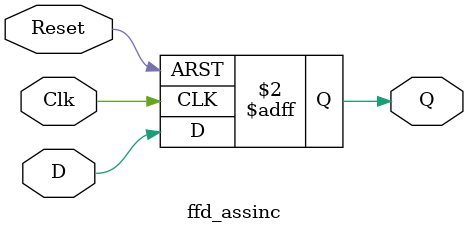
<source format=v>
module ffd_assinc(input D,  input Clk, input Reset, output reg Q);
    always@(posedge Clk, posedge Reset) 
    begin
    if(Reset)
       Q <= 1'b0;
    else
       Q <= D;
    end      
endmodule

</source>
